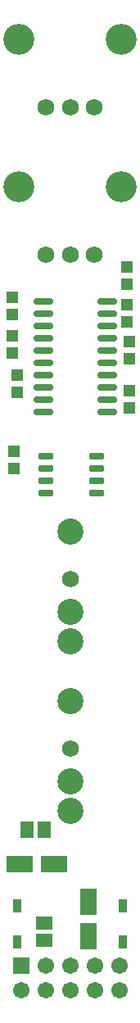
<source format=gts>
G04 Layer_Color=8388736*
%FSLAX25Y25*%
%MOIN*%
G70*
G01*
G75*
%ADD36O,0.08083X0.02965*%
%ADD37R,0.07099X0.11036*%
%ADD38R,0.03556X0.05524*%
G04:AMPARAMS|DCode=39|XSize=29.65mil|YSize=57.21mil|CornerRadius=5.95mil|HoleSize=0mil|Usage=FLASHONLY|Rotation=90.000|XOffset=0mil|YOffset=0mil|HoleType=Round|Shape=RoundedRectangle|*
%AMROUNDEDRECTD39*
21,1,0.02965,0.04532,0,0,90.0*
21,1,0.01776,0.05721,0,0,90.0*
1,1,0.01190,0.02266,0.00888*
1,1,0.01190,0.02266,-0.00888*
1,1,0.01190,-0.02266,-0.00888*
1,1,0.01190,-0.02266,0.00888*
%
%ADD39ROUNDEDRECTD39*%
%ADD40R,0.06509X0.05328*%
%ADD41R,0.05131X0.05131*%
%ADD42R,0.11036X0.07099*%
%ADD43R,0.05328X0.06509*%
%ADD44C,0.06800*%
%ADD45C,0.10642*%
%ADD46C,0.12611*%
%ADD47C,0.06706*%
%ADD48R,0.06706X0.06706*%
D36*
X42500Y243000D02*
D03*
Y248000D02*
D03*
Y253000D02*
D03*
Y258000D02*
D03*
Y263000D02*
D03*
Y268000D02*
D03*
Y273000D02*
D03*
Y278000D02*
D03*
Y283000D02*
D03*
Y288000D02*
D03*
X16500Y243000D02*
D03*
Y248000D02*
D03*
Y253000D02*
D03*
Y258000D02*
D03*
Y263000D02*
D03*
Y268000D02*
D03*
Y273000D02*
D03*
Y278000D02*
D03*
Y283000D02*
D03*
Y288000D02*
D03*
D37*
X35000Y43587D02*
D03*
Y29413D02*
D03*
D38*
X49000Y27217D02*
D03*
Y41783D02*
D03*
X6000Y41783D02*
D03*
Y27217D02*
D03*
D39*
X38335Y210000D02*
D03*
Y215000D02*
D03*
Y220000D02*
D03*
Y225000D02*
D03*
X17665Y210000D02*
D03*
Y215000D02*
D03*
Y220000D02*
D03*
Y225000D02*
D03*
D40*
X17000Y35043D02*
D03*
Y27957D02*
D03*
D41*
X50500Y286500D02*
D03*
Y279413D02*
D03*
X50500Y302043D02*
D03*
Y294957D02*
D03*
X51500Y271543D02*
D03*
Y264457D02*
D03*
X4000Y282457D02*
D03*
Y289543D02*
D03*
Y266957D02*
D03*
Y274043D02*
D03*
X51500Y244457D02*
D03*
Y251543D02*
D03*
X6000Y258043D02*
D03*
Y250957D02*
D03*
X4500Y219957D02*
D03*
Y227043D02*
D03*
D42*
X6913Y59000D02*
D03*
X21087D02*
D03*
D43*
X9957Y73000D02*
D03*
X17043D02*
D03*
D44*
X27500Y106000D02*
D03*
Y366941D02*
D03*
X17658D02*
D03*
X37343D02*
D03*
X27500Y175000D02*
D03*
Y306941D02*
D03*
X17658D02*
D03*
X37343D02*
D03*
D45*
X27500Y125370D02*
D03*
Y92693D02*
D03*
Y80488D02*
D03*
Y194370D02*
D03*
Y161693D02*
D03*
Y149488D02*
D03*
D46*
X48366Y394500D02*
D03*
X6634D02*
D03*
X48366Y334500D02*
D03*
X6634D02*
D03*
D47*
X47500Y7500D02*
D03*
Y17500D02*
D03*
X37500Y7500D02*
D03*
Y17500D02*
D03*
X27500Y7500D02*
D03*
Y17500D02*
D03*
X17500Y7500D02*
D03*
Y17500D02*
D03*
X7500Y7500D02*
D03*
D48*
Y17500D02*
D03*
M02*

</source>
